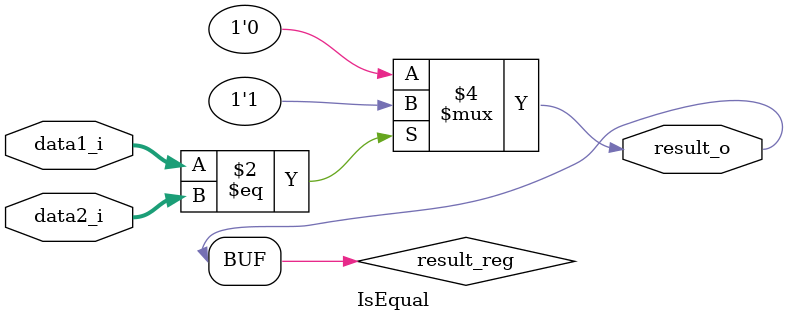
<source format=v>
module IsEqual(
    data1_i,
    data2_i,
    result_o
);
    input[31:0] data1_i;
    input[31:0] data2_i;
    output result_o;

    reg result_reg;
    always@(*) begin
        if (data1_i == data2_i) begin
            result_reg <= 1;
        end
        else begin
            result_reg <= 0;
        end
    end
    assign result_o = result_reg;

endmodule
</source>
